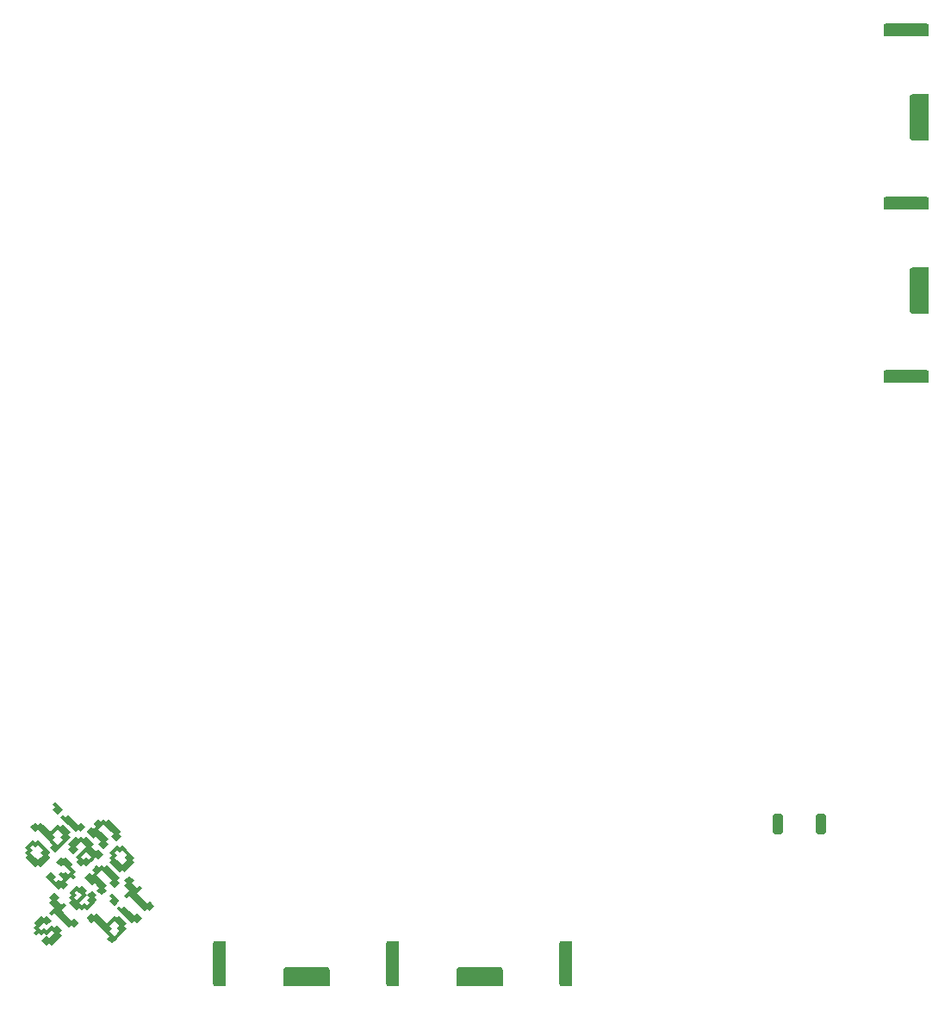
<source format=gtp>
%TF.GenerationSoftware,KiCad,Pcbnew,9.0.2*%
%TF.CreationDate,2026-01-27T22:30:12+01:00*%
%TF.ProjectId,obiwanstenobit,6f626977-616e-4737-9465-6e6f6269742e,rev?*%
%TF.SameCoordinates,Original*%
%TF.FileFunction,Paste,Top*%
%TF.FilePolarity,Positive*%
%FSLAX46Y46*%
G04 Gerber Fmt 4.6, Leading zero omitted, Abs format (unit mm)*
G04 Created by KiCad (PCBNEW 9.0.2) date 2026-01-27 22:30:12*
%MOMM*%
%LPD*%
G01*
G04 APERTURE LIST*
G04 Aperture macros list*
%AMRoundRect*
0 Rectangle with rounded corners*
0 $1 Rounding radius*
0 $2 $3 $4 $5 $6 $7 $8 $9 X,Y pos of 4 corners*
0 Add a 4 corners polygon primitive as box body*
4,1,4,$2,$3,$4,$5,$6,$7,$8,$9,$2,$3,0*
0 Add four circle primitives for the rounded corners*
1,1,$1+$1,$2,$3*
1,1,$1+$1,$4,$5*
1,1,$1+$1,$6,$7*
1,1,$1+$1,$8,$9*
0 Add four rect primitives between the rounded corners*
20,1,$1+$1,$2,$3,$4,$5,0*
20,1,$1+$1,$4,$5,$6,$7,0*
20,1,$1+$1,$6,$7,$8,$9,0*
20,1,$1+$1,$8,$9,$2,$3,0*%
%AMFreePoly0*
4,1,15,-0.950000,1.965000,-0.942430,2.030251,-0.900124,2.126064,-0.826064,2.200124,-0.730251,2.242430,-0.665000,2.250000,0.950000,2.250000,0.950000,-2.250000,-0.665000,-2.250000,-0.730251,-2.242430,-0.826064,-2.200124,-0.900124,-2.126064,-0.942430,-2.030251,-0.950000,-1.965000,-0.950000,1.965000,-0.950000,1.965000,$1*%
G04 Aperture macros list end*
%ADD10C,0.500000*%
%ADD11RoundRect,0.190500X-2.049500X-0.444500X2.049500X-0.444500X2.049500X0.444500X-2.049500X0.444500X0*%
%ADD12FreePoly0,0.000000*%
%ADD13RoundRect,0.190500X0.444500X-2.049500X0.444500X2.049500X-0.444500X2.049500X-0.444500X-2.049500X0*%
%ADD14RoundRect,0.250000X-0.250000X-0.750000X0.250000X-0.750000X0.250000X0.750000X-0.250000X0.750000X0*%
%ADD15FreePoly0,270.000000*%
G04 APERTURE END LIST*
D10*
G36*
X118697392Y-123072222D02*
G01*
X118944707Y-123319537D01*
X119192021Y-123566851D01*
X119439336Y-123814166D01*
X119686651Y-123566851D01*
X119933965Y-123319537D01*
X120181280Y-123072222D01*
X120428595Y-123319537D01*
X120675909Y-123072222D01*
X120923224Y-123319537D01*
X121170539Y-123566851D01*
X121417853Y-123814166D01*
X121170539Y-124061481D01*
X121417853Y-124308795D01*
X121170539Y-124556110D01*
X120923224Y-124803425D01*
X120675909Y-125050739D01*
X120428595Y-125298054D01*
X120181280Y-125545369D01*
X119933965Y-125792683D01*
X119686651Y-125545369D01*
X119439336Y-125298054D01*
X119686651Y-125050739D01*
X119439336Y-124803425D01*
X119192021Y-124556110D01*
X118944707Y-124308795D01*
X118697392Y-124061481D01*
X119686651Y-124061481D01*
X119933965Y-124308795D01*
X119686651Y-124556110D01*
X119933965Y-124803425D01*
X120181280Y-125050739D01*
X120428595Y-124803425D01*
X120675909Y-124556110D01*
X120428595Y-124308795D01*
X120675909Y-124061481D01*
X120428595Y-123814166D01*
X120181280Y-123566851D01*
X119933965Y-123814166D01*
X119686651Y-124061481D01*
X118697392Y-124061481D01*
X118450077Y-123814166D01*
X118202763Y-123566851D01*
X117955448Y-123814166D01*
X117708133Y-123566851D01*
X117460819Y-123319537D01*
X117708133Y-123072222D01*
X117955448Y-122824907D01*
X118202763Y-123072222D01*
X118450077Y-122824907D01*
X118697392Y-123072222D01*
G37*
G36*
X122654427Y-123566851D02*
G01*
X122407112Y-123814166D01*
X122159797Y-123566851D01*
X121912483Y-123814166D01*
X121665168Y-123566851D01*
X121417853Y-123319537D01*
X121170539Y-123072222D01*
X120923224Y-122824907D01*
X120675909Y-122577593D01*
X120428595Y-122330278D01*
X120675909Y-122082963D01*
X120923224Y-122330278D01*
X121170539Y-122082963D01*
X121417853Y-122330278D01*
X121665168Y-122577593D01*
X121912483Y-122824907D01*
X122159797Y-123072222D01*
X122407112Y-122824907D01*
X122654427Y-123072222D01*
X122901741Y-123319537D01*
X122654427Y-123566851D01*
G37*
G36*
X120428595Y-121835649D02*
G01*
X120181280Y-122082963D01*
X119933965Y-121835649D01*
X119686651Y-121588334D01*
X119933965Y-121341019D01*
X119686651Y-121093705D01*
X119933965Y-120846390D01*
X120181280Y-121093705D01*
X120428595Y-121341019D01*
X120675909Y-121588334D01*
X120428595Y-121835649D01*
G37*
G36*
X123891000Y-122330278D02*
G01*
X123643685Y-122577593D01*
X123396371Y-122330278D01*
X123149056Y-122577593D01*
X122901741Y-122330278D01*
X122654427Y-122082963D01*
X122407112Y-121835649D01*
X122159797Y-121588334D01*
X121912483Y-121341019D01*
X121665168Y-121093705D01*
X121417853Y-121341019D01*
X121170539Y-121093705D01*
X121417853Y-120846390D01*
X121665168Y-120599075D01*
X121417853Y-120351761D01*
X121170539Y-120104446D01*
X121417853Y-119857131D01*
X121170539Y-119609816D01*
X121417853Y-119362502D01*
X121665168Y-119115187D01*
X121912483Y-119362502D01*
X122159797Y-119609816D01*
X121912483Y-119857131D01*
X122159797Y-120104446D01*
X122407112Y-120351761D01*
X122654427Y-120104446D01*
X122901741Y-120351761D01*
X122654427Y-120599075D01*
X122407112Y-120846390D01*
X122654427Y-121093705D01*
X122901741Y-121341019D01*
X123149056Y-121588334D01*
X123396371Y-121835649D01*
X123643685Y-121588334D01*
X123891000Y-121835649D01*
X124138315Y-122082963D01*
X123891000Y-122330278D01*
G37*
G36*
X112912313Y-115844467D02*
G01*
X113159628Y-116091782D01*
X113406943Y-116339097D01*
X113654257Y-116586411D01*
X113901572Y-116833726D01*
X113654257Y-117081041D01*
X113901572Y-117328355D01*
X113654257Y-117575670D01*
X113406943Y-117822985D01*
X113159628Y-118070299D01*
X112912313Y-118317614D01*
X112664999Y-118070299D01*
X112417684Y-118317614D01*
X112170369Y-118070299D01*
X111923055Y-117822985D01*
X111675740Y-117575670D01*
X111428425Y-117328355D01*
X111675740Y-117081041D01*
X111428425Y-116833726D01*
X111675740Y-116586411D01*
X111428425Y-116339097D01*
X111923055Y-116339097D01*
X112170369Y-116586411D01*
X111923055Y-116833726D01*
X112170369Y-117081041D01*
X112417684Y-117328355D01*
X112664999Y-117575670D01*
X112912313Y-117328355D01*
X113159628Y-117081041D01*
X112912313Y-116833726D01*
X113159628Y-116586411D01*
X112912313Y-116339097D01*
X112664999Y-116091782D01*
X112417684Y-116339097D01*
X112170369Y-116091782D01*
X111923055Y-116339097D01*
X111428425Y-116339097D01*
X111675740Y-116091782D01*
X111923055Y-115844467D01*
X112170369Y-115597153D01*
X112417684Y-115844467D01*
X112664999Y-115597153D01*
X112912313Y-115844467D01*
G37*
G36*
X113158246Y-114114646D02*
G01*
X113405561Y-114361961D01*
X113652876Y-114609276D01*
X113900190Y-114856590D01*
X114147505Y-114609276D01*
X114394820Y-114361961D01*
X114642134Y-114114646D01*
X114889449Y-114361961D01*
X115136764Y-114114646D01*
X115384078Y-114361961D01*
X115631393Y-114609276D01*
X115878708Y-114856590D01*
X115631393Y-115103905D01*
X115878708Y-115351220D01*
X115631393Y-115598534D01*
X115384078Y-115845849D01*
X115136764Y-116093164D01*
X114889449Y-116340478D01*
X114642134Y-116587793D01*
X114394820Y-116835108D01*
X114147505Y-116587793D01*
X113900190Y-116340478D01*
X114147505Y-116093164D01*
X113900190Y-115845849D01*
X113652876Y-115598534D01*
X113405561Y-115351220D01*
X113158246Y-115103905D01*
X114147505Y-115103905D01*
X114394820Y-115351220D01*
X114147505Y-115598534D01*
X114394820Y-115845849D01*
X114642134Y-116093164D01*
X114889449Y-115845849D01*
X115136764Y-115598534D01*
X114889449Y-115351220D01*
X115136764Y-115103905D01*
X114889449Y-114856590D01*
X114642134Y-114609276D01*
X114394820Y-114856590D01*
X114147505Y-115103905D01*
X113158246Y-115103905D01*
X112910932Y-114856590D01*
X112663617Y-114609276D01*
X112416302Y-114856590D01*
X112168988Y-114609276D01*
X111921673Y-114361961D01*
X112168988Y-114114646D01*
X112416302Y-113867332D01*
X112663617Y-114114646D01*
X112910932Y-113867332D01*
X113158246Y-114114646D01*
G37*
G36*
X117115281Y-114609276D02*
G01*
X116867966Y-114856590D01*
X116620652Y-114609276D01*
X116373337Y-114856590D01*
X116126022Y-114609276D01*
X115878708Y-114361961D01*
X115631393Y-114114646D01*
X115384078Y-113867332D01*
X115136764Y-113620017D01*
X114889449Y-113372702D01*
X115136764Y-113125388D01*
X115384078Y-113372702D01*
X115631393Y-113125388D01*
X115878708Y-113372702D01*
X116126022Y-113620017D01*
X116373337Y-113867332D01*
X116620652Y-114114646D01*
X116867966Y-113867332D01*
X117115281Y-114114646D01*
X117362596Y-114361961D01*
X117115281Y-114609276D01*
G37*
G36*
X114889449Y-112878073D02*
G01*
X114642134Y-113125388D01*
X114394820Y-112878073D01*
X114147505Y-112630758D01*
X114394820Y-112383444D01*
X114147505Y-112136129D01*
X114394820Y-111888814D01*
X114642134Y-112136129D01*
X114889449Y-112383444D01*
X115136764Y-112630758D01*
X114889449Y-112878073D01*
G37*
G36*
X116158247Y-119488347D02*
G01*
X115910932Y-119241032D01*
X115663617Y-119488347D01*
X115416303Y-119735662D01*
X115663617Y-119982976D01*
X115416303Y-120230291D01*
X115168988Y-120477606D01*
X114921673Y-120230291D01*
X114674359Y-120477606D01*
X114427044Y-120230291D01*
X114179729Y-119982976D01*
X113932415Y-119735662D01*
X113685100Y-119488347D01*
X113437785Y-119241032D01*
X113685100Y-118993718D01*
X113932415Y-118746403D01*
X114179729Y-118993718D01*
X114427044Y-119241032D01*
X114179729Y-119488347D01*
X114427044Y-119735662D01*
X114674359Y-119488347D01*
X114921673Y-119735662D01*
X115168988Y-119488347D01*
X114921673Y-119241032D01*
X114674359Y-118993718D01*
X114921673Y-118746403D01*
X115168988Y-118993718D01*
X115416303Y-118746403D01*
X115663617Y-118993718D01*
X115910932Y-118746403D01*
X115663617Y-118499088D01*
X115416303Y-118251774D01*
X115168988Y-118004459D01*
X114921673Y-118251774D01*
X114674359Y-118004459D01*
X114427044Y-117757144D01*
X114674359Y-117509830D01*
X114921673Y-117262515D01*
X115168988Y-117509830D01*
X115416303Y-117262515D01*
X115663617Y-117509830D01*
X115910932Y-117757144D01*
X116158247Y-118004459D01*
X115910932Y-118251774D01*
X116158247Y-118499088D01*
X116405561Y-118746403D01*
X116158247Y-118993718D01*
X116405561Y-119241032D01*
X116158247Y-119488347D01*
G37*
G36*
X117643516Y-115529931D02*
G01*
X117890831Y-115777245D01*
X118138146Y-116024560D01*
X117890831Y-116271875D01*
X118138146Y-116519189D01*
X118385460Y-116766504D01*
X118632775Y-116519189D01*
X118880090Y-116766504D01*
X119127404Y-117013819D01*
X118880090Y-117261133D01*
X118632775Y-117508448D01*
X118385460Y-117261133D01*
X118138146Y-117508448D01*
X117890831Y-117755763D01*
X117643516Y-118003077D01*
X117396202Y-118250392D01*
X117148887Y-118003077D01*
X116901572Y-118250392D01*
X116654258Y-118003077D01*
X116406943Y-117755763D01*
X116654258Y-117508448D01*
X116406943Y-117261133D01*
X116901572Y-117261133D01*
X117148887Y-117508448D01*
X117396202Y-117261133D01*
X117643516Y-117508448D01*
X117890831Y-117261133D01*
X117643516Y-117013819D01*
X117396202Y-116766504D01*
X117148887Y-117013819D01*
X116901572Y-117261133D01*
X116406943Y-117261133D01*
X116654258Y-117013819D01*
X116901572Y-116766504D01*
X117148887Y-116519189D01*
X117396202Y-116271875D01*
X117148887Y-116024560D01*
X116901572Y-115777245D01*
X116654258Y-116024560D01*
X116406943Y-116271875D01*
X116654258Y-116519189D01*
X116406943Y-116766504D01*
X116159628Y-117013819D01*
X115912314Y-116766504D01*
X115664999Y-116519189D01*
X115912314Y-116271875D01*
X115664999Y-116024560D01*
X115912314Y-115777245D01*
X116159628Y-115529931D01*
X116406943Y-115282616D01*
X116654258Y-115529931D01*
X116901572Y-115282616D01*
X117148887Y-115529931D01*
X117396202Y-115282616D01*
X117643516Y-115529931D01*
G37*
G36*
X120611292Y-115529931D02*
G01*
X120363978Y-115777245D01*
X120116663Y-115529931D01*
X119869348Y-115282616D01*
X120116663Y-115035301D01*
X119869348Y-114787987D01*
X119622034Y-114540672D01*
X119374719Y-114293357D01*
X119127404Y-114046043D01*
X118880090Y-114293357D01*
X118632775Y-114540672D01*
X118880090Y-114787987D01*
X119127404Y-115035301D01*
X119374719Y-115282616D01*
X119622034Y-115529931D01*
X119374719Y-115777245D01*
X119622034Y-116024560D01*
X119374719Y-116271875D01*
X119127404Y-116519189D01*
X118880090Y-116271875D01*
X118632775Y-116024560D01*
X118880090Y-115777245D01*
X118632775Y-115529931D01*
X118385460Y-115282616D01*
X118138146Y-115529931D01*
X117890831Y-115282616D01*
X117643516Y-115035301D01*
X117396202Y-114787987D01*
X117643516Y-114540672D01*
X117890831Y-114293357D01*
X118138146Y-114540672D01*
X118385460Y-114293357D01*
X118138146Y-114046043D01*
X118385460Y-113798728D01*
X118632775Y-113551413D01*
X118880090Y-113798728D01*
X119127404Y-113551413D01*
X119374719Y-113798728D01*
X119622034Y-113551413D01*
X119869348Y-113798728D01*
X120116663Y-114046043D01*
X120363978Y-114293357D01*
X120611292Y-114540672D01*
X120858607Y-114787987D01*
X120611292Y-115035301D01*
X120858607Y-115282616D01*
X120611292Y-115529931D01*
G37*
G36*
X113772515Y-123271358D02*
G01*
X114019830Y-123518672D01*
X113772515Y-123765987D01*
X113525200Y-124013302D01*
X113277886Y-123765987D01*
X113030571Y-124013302D01*
X112783256Y-124260616D01*
X113030571Y-124507931D01*
X113277886Y-124260616D01*
X113525200Y-124507931D01*
X113772515Y-124260616D01*
X114019830Y-124013302D01*
X114267144Y-124260616D01*
X114514459Y-124013302D01*
X114761774Y-124260616D01*
X115009088Y-124507931D01*
X114761774Y-124755246D01*
X115009088Y-125002560D01*
X114761774Y-125249875D01*
X114514459Y-125497190D01*
X114267144Y-125744504D01*
X114019830Y-125991819D01*
X113772515Y-125744504D01*
X113525200Y-125991819D01*
X113277886Y-125744504D01*
X113030571Y-125497190D01*
X113277886Y-125249875D01*
X113525200Y-125002560D01*
X113772515Y-125249875D01*
X114019830Y-125002560D01*
X114267144Y-124755246D01*
X114019830Y-124507931D01*
X113772515Y-124755246D01*
X113525200Y-125002560D01*
X113277886Y-124755246D01*
X113030571Y-125002560D01*
X112783256Y-124755246D01*
X112535942Y-125002560D01*
X112288627Y-124755246D01*
X112535942Y-124507931D01*
X112288627Y-124260616D01*
X112535942Y-124013302D01*
X112288627Y-123765987D01*
X112535942Y-123518672D01*
X112783256Y-123271358D01*
X113030571Y-123024043D01*
X113277886Y-123271358D01*
X113525200Y-123024043D01*
X113772515Y-123271358D01*
G37*
G36*
X116491595Y-124014683D02*
G01*
X116244280Y-124261998D01*
X115996965Y-124014683D01*
X115749651Y-124261998D01*
X115502336Y-124014683D01*
X115255021Y-123767369D01*
X115007707Y-123520054D01*
X114760392Y-123272739D01*
X114513077Y-123025425D01*
X114265763Y-122778110D01*
X114018448Y-123025425D01*
X113771133Y-122778110D01*
X114018448Y-122530795D01*
X114265763Y-122283481D01*
X114018448Y-122036166D01*
X113771133Y-121788851D01*
X114018448Y-121541537D01*
X113771133Y-121294222D01*
X114018448Y-121046907D01*
X114265763Y-120799593D01*
X114513077Y-121046907D01*
X114760392Y-121294222D01*
X114513077Y-121541537D01*
X114760392Y-121788851D01*
X115007707Y-122036166D01*
X115255021Y-121788851D01*
X115502336Y-122036166D01*
X115255021Y-122283481D01*
X115007707Y-122530795D01*
X115255021Y-122778110D01*
X115502336Y-123025425D01*
X115749651Y-123272739D01*
X115996965Y-123520054D01*
X116244280Y-123272739D01*
X116491595Y-123520054D01*
X116738909Y-123767369D01*
X116491595Y-124014683D01*
G37*
G36*
X117233539Y-120304963D02*
G01*
X117480853Y-120552278D01*
X117233539Y-120799593D01*
X117480853Y-121046907D01*
X117233539Y-121294222D01*
X116986224Y-121541537D01*
X116738909Y-121788851D01*
X116986224Y-122036166D01*
X117233539Y-121788851D01*
X117480853Y-122036166D01*
X117728168Y-121788851D01*
X117480853Y-121541537D01*
X117728168Y-121294222D01*
X117480853Y-121046907D01*
X117728168Y-120799593D01*
X117975483Y-120552278D01*
X118222797Y-120799593D01*
X118470112Y-121046907D01*
X118222797Y-121294222D01*
X118470112Y-121541537D01*
X118222797Y-121788851D01*
X117975483Y-122036166D01*
X117728168Y-122283481D01*
X117480853Y-122530795D01*
X117233539Y-122283481D01*
X116986224Y-122530795D01*
X116738909Y-122283481D01*
X116491595Y-122530795D01*
X116244280Y-122283481D01*
X115996965Y-122036166D01*
X115749651Y-121788851D01*
X115996965Y-121541537D01*
X115749651Y-121294222D01*
X115996965Y-121046907D01*
X115749651Y-120799593D01*
X116244280Y-120799593D01*
X116491595Y-121046907D01*
X116244280Y-121294222D01*
X116491595Y-121541537D01*
X116738909Y-121294222D01*
X116986224Y-121046907D01*
X116738909Y-120799593D01*
X116491595Y-120552278D01*
X116244280Y-120799593D01*
X115749651Y-120799593D01*
X115996965Y-120552278D01*
X116244280Y-120304963D01*
X116491595Y-120057649D01*
X116738909Y-120304963D01*
X116986224Y-120057649D01*
X117233539Y-120304963D01*
G37*
G36*
X120448629Y-120057649D02*
G01*
X120201315Y-120304963D01*
X119954000Y-120057649D01*
X119706685Y-119810334D01*
X119954000Y-119563019D01*
X119706685Y-119315705D01*
X119459371Y-119068390D01*
X119212056Y-118821075D01*
X118964741Y-118573761D01*
X118717427Y-118821075D01*
X118470112Y-119068390D01*
X118717427Y-119315705D01*
X118964741Y-119563019D01*
X119212056Y-119810334D01*
X119459371Y-120057649D01*
X119212056Y-120304963D01*
X119459371Y-120552278D01*
X119212056Y-120799593D01*
X118964741Y-121046907D01*
X118717427Y-120799593D01*
X118470112Y-120552278D01*
X118717427Y-120304963D01*
X118470112Y-120057649D01*
X118222797Y-119810334D01*
X117975483Y-120057649D01*
X117728168Y-119810334D01*
X117480853Y-119563019D01*
X117233539Y-119315705D01*
X117480853Y-119068390D01*
X117728168Y-118821075D01*
X117975483Y-119068390D01*
X118222797Y-118821075D01*
X117975483Y-118573761D01*
X118222797Y-118326446D01*
X118470112Y-118079131D01*
X118717427Y-118326446D01*
X118964741Y-118079131D01*
X119212056Y-118326446D01*
X119459371Y-118079131D01*
X119706685Y-118326446D01*
X119954000Y-118573761D01*
X120201315Y-118821075D01*
X120448629Y-119068390D01*
X120695944Y-119315705D01*
X120448629Y-119563019D01*
X120695944Y-119810334D01*
X120448629Y-120057649D01*
G37*
G36*
X121190573Y-116347929D02*
G01*
X121437888Y-116595243D01*
X121685203Y-116842558D01*
X121932517Y-117089873D01*
X122179832Y-117337187D01*
X121932517Y-117584502D01*
X122179832Y-117831817D01*
X121932517Y-118079131D01*
X121685203Y-118326446D01*
X121437888Y-118573761D01*
X121190573Y-118821075D01*
X120943259Y-118573761D01*
X120695944Y-118821075D01*
X120448629Y-118573761D01*
X120201315Y-118326446D01*
X119954000Y-118079131D01*
X119706685Y-117831817D01*
X119954000Y-117584502D01*
X119706685Y-117337187D01*
X119954000Y-117089873D01*
X119706685Y-116842558D01*
X120201315Y-116842558D01*
X120448629Y-117089873D01*
X120201315Y-117337187D01*
X120448629Y-117584502D01*
X120695944Y-117831817D01*
X120943259Y-118079131D01*
X121190573Y-117831817D01*
X121437888Y-117584502D01*
X121190573Y-117337187D01*
X121437888Y-117089873D01*
X121190573Y-116842558D01*
X120943259Y-116595243D01*
X120695944Y-116842558D01*
X120448629Y-116595243D01*
X120201315Y-116842558D01*
X119706685Y-116842558D01*
X119954000Y-116595243D01*
X120201315Y-116347929D01*
X120448629Y-116100614D01*
X120695944Y-116347929D01*
X120943259Y-116100614D01*
X121190573Y-116347929D01*
G37*
D11*
%TO.C,J1*%
X198000000Y-36124983D03*
%TD*%
D12*
%TO.C,REF\u002A\u002A*%
X199263000Y-44624979D03*
%TD*%
%TO.C,REF\u002A\u002A*%
X199263000Y-61624971D03*
%TD*%
D11*
%TO.C,J3*%
X198000000Y-53124975D03*
%TD*%
D13*
%TO.C,J9*%
X147583344Y-127791615D03*
%TD*%
D14*
%TO.C,SW1*%
X185400000Y-114041613D03*
X189600000Y-114041613D03*
%TD*%
D15*
%TO.C,REF\u002A\u002A*%
X156083340Y-129063615D03*
%TD*%
D11*
%TO.C,J5*%
X198000000Y-70124967D03*
%TD*%
D13*
%TO.C,J7*%
X130583352Y-127791615D03*
%TD*%
D15*
%TO.C,REF\u002A\u002A*%
X139083348Y-129063615D03*
%TD*%
D13*
%TO.C,J11*%
X164583336Y-127791615D03*
%TD*%
M02*

</source>
